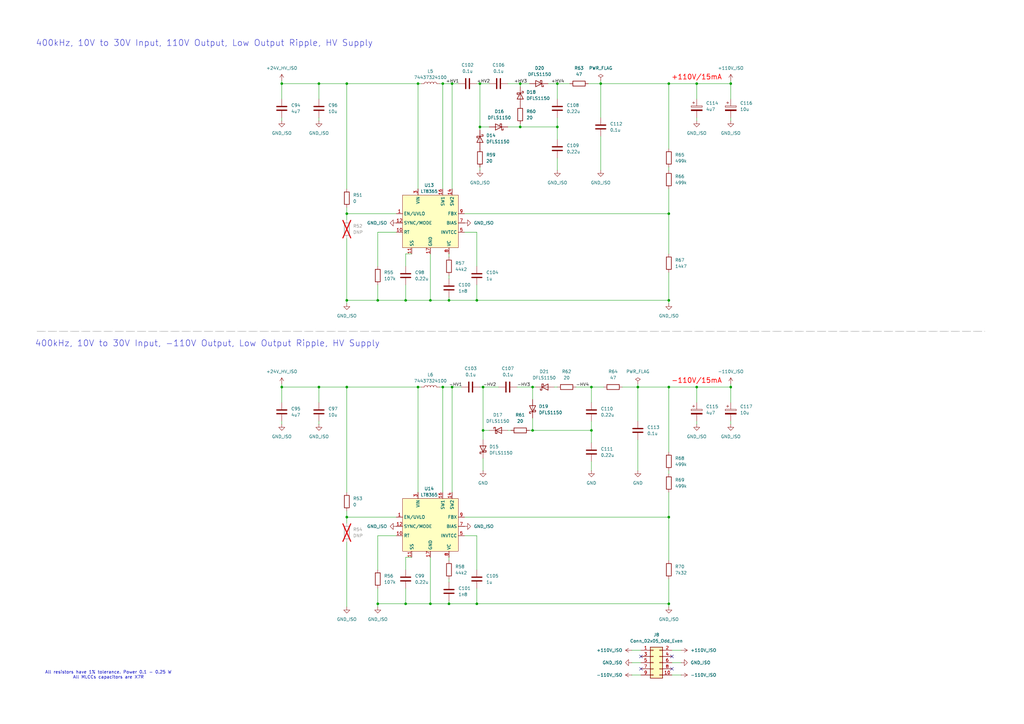
<source format=kicad_sch>
(kicad_sch (version 20250114) (generator "eeschema") (generator_version "9.0")
  (paper "A3")
  (lib_symbols
    (symbol "BOOST_LT8365:LT8365"
      (property "Reference" "U" (at 0 12.446 0))
      (property "Value" "LT8365" (at 1.27 0 0))
      (symbol "LT8365_0_0"
        (pin passive line (at -13.97 -3.81 0) (length 2.54) (name "RT") (number "10"))
        (pin input line (at -7.62 -12.7 90) (length 2.54) (name "SS") (number "11"))
        (pin passive line (at 5.08 13.97 270) (length 2.54) (name "SW1") (number "16"))
        (pin output line (at 7.62 -12.7 90) (length 2.54) (name "VC") (number "8"))
        (pin passive line (at 8.89 13.97 270) (length 2.54) (name "SW2") (number "14"))
        (pin input line (at 13.97 3.81 180) (length 2.54) (name "FBX") (number "9"))
        (pin passive line (at 13.97 0 180) (length 2.54) (name "BIAS") (number "7"))
        (pin passive line (at 13.97 -3.81 180) (length 2.54) (name "INVTCC") (number "5"))
      )
      (symbol "LT8365_1_0"
        (pin passive line (at -13.97 3.81 0) (length 2.54) (name "EN/UVLO") (number "1"))
        (pin passive line (at -13.97 0 0) (length 2.54) (name "SYNC/MODE") (number "12"))
        (pin passive line (at -5.08 13.97 270) (length 2.54) (name "VIN") (number "3"))
        (pin no_connect line (at 0 11.43 270) (length 2.54) (hide yes) (name "NC") (number "6"))
        (pin passive line (at 0 -12.7 90) (length 2.54) (name "GND") (number "17"))
      )
      (symbol "LT8365_1_1"
        (rectangle (start -11.43 11.43) (end 11.43 -10.16) (fill (type background)))
      )
    )
    (symbol "Connector_Generic:Conn_02x05_Odd_Even" (pin_names (offset 1.016) (hide yes))
      (property "Reference" "J" (at 1.27 7.62 0))
      (property "Value" "Conn_02x05_Odd_Even" (at 1.27 -7.62 0))
      (symbol "Conn_02x05_Odd_Even_1_1"
        (rectangle (start -1.27 6.35) (end 3.81 -6.35) (stroke (width 0.254)) (fill (type background)))
        (rectangle (start -1.27 5.207) (end 0 4.953) (stroke (width 0.1524)))
        (rectangle (start -1.27 2.667) (end 0 2.413) (stroke (width 0.1524)))
        (rectangle (start -1.27 0.127) (end 0 -0.127) (stroke (width 0.1524)))
        (rectangle (start -1.27 -2.413) (end 0 -2.667) (stroke (width 0.1524)))
        (rectangle (start -1.27 -4.953) (end 0 -5.207) (stroke (width 0.1524)))
        (rectangle (start 3.81 5.207) (end 2.54 4.953) (stroke (width 0.1524)))
        (rectangle (start 3.81 2.667) (end 2.54 2.413) (stroke (width 0.1524)))
        (rectangle (start 3.81 0.127) (end 2.54 -0.127) (stroke (width 0.1524)))
        (rectangle (start 3.81 -2.413) (end 2.54 -2.667) (stroke (width 0.1524)))
        (rectangle (start 3.81 -4.953) (end 2.54 -5.207) (stroke (width 0.1524)))
        (pin passive line (at -5.08 5.08 0) (length 3.81) (name "Pin_1") (number "1"))
        (pin passive line (at -5.08 2.54 0) (length 3.81) (name "Pin_3") (number "3"))
        (pin passive line (at -5.08 0 0) (length 3.81) (name "Pin_5") (number "5"))
        (pin passive line (at -5.08 -2.54 0) (length 3.81) (name "Pin_7") (number "7"))
        (pin passive line (at -5.08 -5.08 0) (length 3.81) (name "Pin_9") (number "9"))
        (pin passive line (at 7.62 5.08 180) (length 3.81) (name "Pin_2") (number "2"))
        (pin passive line (at 7.62 2.54 180) (length 3.81) (name "Pin_4") (number "4"))
        (pin passive line (at 7.62 0 180) (length 3.81) (name "Pin_6") (number "6"))
        (pin passive line (at 7.62 -2.54 180) (length 3.81) (name "Pin_8") (number "8"))
        (pin passive line (at 7.62 -5.08 180) (length 3.81) (name "Pin_10") (number "10"))
      )
    )
    (symbol "Device:C" (pin_numbers (hide yes)) (pin_names (offset 0.254))
      (property "Reference" "C" (at 0.635 2.54 0))
      (property "Value" "C" (at 0.635 -2.54 0))
      (symbol "C_0_1"
        (polyline (pts (xy -2.032 0.762) (xy 2.032 0.762)) (stroke (width 0.508)))
        (polyline (pts (xy -2.032 -0.762) (xy 2.032 -0.762)) (stroke (width 0.508)))
      )
      (symbol "C_1_1"
        (pin passive line (at 0 3.81 270) (length 2.794) (name "~") (number "1"))
        (pin passive line (at 0 -3.81 90) (length 2.794) (name "~") (number "2"))
      )
    )
    (symbol "Device:C_Polarized" (pin_numbers (hide yes)) (pin_names (offset 0.254))
      (property "Reference" "C" (at 0.635 2.54 0))
      (property "Value" "C_Polarized" (at 0.635 -2.54 0))
      (symbol "C_Polarized_0_1"
        (rectangle (start -2.286 0.508) (end 2.286 1.016))
        (polyline (pts (xy -1.778 2.286) (xy -0.762 2.286)))
        (polyline (pts (xy -1.27 2.794) (xy -1.27 1.778)))
        (rectangle (start 2.286 -0.508) (end -2.286 -1.016) (fill (type outline)))
      )
      (symbol "C_Polarized_1_1"
        (pin passive line (at 0 3.81 270) (length 2.794) (name "~") (number "1"))
        (pin passive line (at 0 -3.81 90) (length 2.794) (name "~") (number "2"))
      )
    )
    (symbol "Device:D_Schottky" (pin_numbers (hide yes)) (pin_names (offset 1.016) (hide yes))
      (property "Reference" "D" (at 0 2.54 0))
      (property "Value" "D_Schottky" (at 0 -2.54 0))
      (symbol "D_Schottky_0_1"
        (polyline (pts (xy -1.905 0.635) (xy -1.905 1.27) (xy -1.27 1.27) (xy -1.27 -1.27) (xy -0.635 -1.27) (xy -0.635 -0.635)) (stroke (width 0.254)))
        (polyline (pts (xy 1.27 1.27) (xy 1.27 -1.27) (xy -1.27 0) (xy 1.27 1.27)) (stroke (width 0.254)))
        (polyline (pts (xy 1.27 0) (xy -1.27 0)))
      )
      (symbol "D_Schottky_1_1"
        (pin passive line (at -3.81 0 0) (length 2.54) (name "K") (number "1"))
        (pin passive line (at 3.81 0 180) (length 2.54) (name "A") (number "2"))
      )
    )
    (symbol "Device:L" (pin_numbers (hide yes)) (pin_names (offset 1.016) (hide yes))
      (property "Reference" "L" (at -1.27 0 90))
      (property "Value" "L" (at 1.905 0 90))
      (symbol "L_0_1"
        (arc (start 0 2.54) (mid 0.6323 1.905) (end 0 1.27))
        (arc (start 0 1.27) (mid 0.6323 0.635) (end 0 0))
        (arc (start 0 0) (mid 0.6323 -0.635) (end 0 -1.27))
        (arc (start 0 -1.27) (mid 0.6323 -1.905) (end 0 -2.54))
      )
      (symbol "L_1_1"
        (pin passive line (at 0 3.81 270) (length 1.27) (name "1") (number "1"))
        (pin passive line (at 0 -3.81 90) (length 1.27) (name "2") (number "2"))
      )
    )
    (symbol "Device:R" (pin_numbers (hide yes)) (pin_names (offset 0))
      (property "Reference" "R" (at 2.032 0 90))
      (property "Value" "R" (at 0 0 90))
      (symbol "R_0_1"
        (rectangle (start -1.016 -2.54) (end 1.016 2.54) (stroke (width 0.254)))
      )
      (symbol "R_1_1"
        (pin passive line (at 0 3.81 270) (length 1.27) (name "~") (number "1"))
        (pin passive line (at 0 -3.81 90) (length 1.27) (name "~") (number "2"))
      )
    )
    (symbol "ETH1CVOLT_A:+110V_ISO" (power) (pin_numbers (hide yes)) (pin_names (offset 0) (hide yes))
      (property "Value" "+110V_ISO" (at 0 3.556 0))
      (symbol "+110V_ISO_0_1"
        (polyline (pts (xy -0.762 1.27) (xy 0 2.54)))
        (polyline (pts (xy 0 2.54) (xy 0.762 1.27)))
        (polyline (pts (xy 0 0) (xy 0 2.54)))
      )
      (symbol "+110V_ISO_1_1"
        (pin power_in line (at 0 0 90) (length 0) (name "~") (number "1"))
      )
    )
    (symbol "ETH1CVOLT_A:+24V_HV_ISO" (power) (pin_numbers (hide yes)) (pin_names (offset 0) (hide yes))
      (property "Value" "+24V_HV_ISO" (at 0 3.556 0))
      (symbol "+24V_HV_ISO_0_1"
        (polyline (pts (xy -0.762 1.27) (xy 0 2.54)))
        (polyline (pts (xy 0 2.54) (xy 0.762 1.27)))
        (polyline (pts (xy 0 0) (xy 0 2.54)))
      )
      (symbol "+24V_HV_ISO_1_1"
        (pin power_in line (at 0 0 90) (length 0) (name "~") (number "1"))
      )
    )
    (symbol "ETH1CVOLT_A:-110V_ISO" (power) (pin_numbers (hide yes)) (pin_names (offset 0) (hide yes))
      (property "Value" "-110V_ISO" (at 0 3.556 0))
      (symbol "-110V_ISO_0_1"
        (polyline (pts (xy -0.762 1.27) (xy 0 2.54)))
        (polyline (pts (xy 0 2.54) (xy 0.762 1.27)))
        (polyline (pts (xy 0 0) (xy 0 2.54)))
      )
      (symbol "-110V_ISO_1_1"
        (pin power_in line (at 0 0 90) (length 0) (name "~") (number "1"))
      )
    )
    (symbol "ETH1CVOLT_A:GND_ISO" (power) (pin_numbers (hide yes)) (pin_names (offset 0) (hide yes))
      (property "Value" "GND_ISO" (at 0 -3.81 0))
      (symbol "GND_ISO_0_1"
        (polyline (pts (xy 0 0) (xy 0 -1.27) (xy 1.27 -1.27) (xy 0 -2.54) (xy -1.27 -1.27) (xy 0 -1.27)))
      )
      (symbol "GND_ISO_1_1"
        (pin power_in line (at 0 0 270) (length 0) (name "~") (number "1"))
      )
    )
    (symbol "power:GND" (power) (pin_numbers (hide yes)) (pin_names (offset 0) (hide yes))
      (property "Value" "GND" (at 0 -3.81 0))
      (symbol "GND_0_1"
        (polyline (pts (xy 0 0) (xy 0 -1.27) (xy 1.27 -1.27) (xy 0 -2.54) (xy -1.27 -1.27) (xy 0 -1.27)))
      )
      (symbol "GND_1_1"
        (pin power_in line (at 0 0 270) (length 0) (name "~") (number "1"))
      )
    )
    (symbol "power:PWR_FLAG" (power) (pin_numbers (hide yes)) (pin_names (offset 0) (hide yes))
      (property "Value" "PWR_FLAG" (at 0 3.81 0))
      (symbol "PWR_FLAG_0_0"
        (pin power_out line (at 0 0 90) (length 0) (name "~") (number "1"))
      )
      (symbol "PWR_FLAG_0_1"
        (polyline (pts (xy 0 0) (xy 0 1.27) (xy -1.016 1.905) (xy 0 2.54) (xy 1.016 1.905) (xy 0 1.27)))
      )
    )
  )
  (text "+110V/15mA" (at 285.75 31.75 0) (effects (font (size 2.032 2.032) (thickness 0.254) (bold yes))))
  (text "400kHz, 10V to 30V Input, -110V Output, Low Output Ripple, HV Supply" (at 85.09 140.97 0) (effects (font (size 2.54 2.54))))
  (text "-110V/15mA" (at 285.75 156.21 0) (effects (font (size 2.032 2.032) (thickness 0.254) (bold yes))))
  (text "400kHz, 10V to 30V Input, 110V Output, Low Output Ripple, HV Supply" (at 83.82 17.78 0) (effects (font (size 2.54 2.54))))
  (text "All resistors have 1% tolerance. Power 0.1 - 0.25 W\nAll MLCCs capacitors are X7R" (at 44.45 276.86 0) (effects (font (size 1.27 1.27))))
  (junction (at 142.24 158.75))
  (junction (at 285.75 34.29))
  (junction (at 176.53 123.19))
  (junction (at 142.24 87.63))
  (junction (at 171.45 158.75))
  (junction (at 154.94 247.65))
  (junction (at 185.42 34.29))
  (junction (at 115.57 158.75))
  (junction (at 285.75 158.75))
  (junction (at 166.37 247.65))
  (junction (at 184.15 247.65))
  (junction (at 274.32 123.19))
  (junction (at 142.24 123.19))
  (junction (at 218.44 158.75))
  (junction (at 176.53 247.65))
  (junction (at 274.32 212.09))
  (junction (at 154.94 123.19))
  (junction (at 142.24 212.09))
  (junction (at 213.36 52.07))
  (junction (at 130.81 34.29))
  (junction (at 184.15 123.19))
  (junction (at 228.6 52.07))
  (junction (at 228.6 34.29))
  (junction (at 274.32 247.65))
  (junction (at 274.32 158.75))
  (junction (at 196.85 52.07))
  (junction (at 274.32 87.63))
  (junction (at 299.72 158.75))
  (junction (at 195.58 123.19))
  (junction (at 130.81 158.75))
  (junction (at 242.57 158.75))
  (junction (at 242.57 176.53))
  (junction (at 274.32 34.29))
  (junction (at 261.62 158.75))
  (junction (at 181.61 34.29))
  (junction (at 213.36 34.29))
  (junction (at 185.42 158.75))
  (junction (at 195.58 247.65))
  (junction (at 166.37 123.19))
  (junction (at 142.24 34.29))
  (junction (at 181.61 158.75))
  (junction (at 198.12 176.53))
  (junction (at 171.45 34.29))
  (junction (at 196.85 34.29))
  (junction (at 198.12 158.75))
  (junction (at 218.44 176.53))
  (junction (at 115.57 34.29))
  (junction (at 246.38 34.29))
  (junction (at 299.72 34.29))
  (no_connect (at 275.59 274.32))
  (no_connect (at 275.59 269.24))
  (no_connect (at 262.89 274.32))
  (no_connect (at 262.89 269.24))
  (wire (pts (xy 213.36 50.8) (xy 213.36 52.07)))
  (wire (pts (xy 142.24 34.29) (xy 171.45 34.29)))
  (wire (pts (xy 242.57 189.23) (xy 242.57 193.04)))
  (wire (pts (xy 154.94 219.71) (xy 162.56 219.71)))
  (wire (pts (xy 180.34 34.29) (xy 181.61 34.29)))
  (wire (pts (xy 259.08 271.78) (xy 262.89 271.78)))
  (wire (pts (xy 274.32 34.29) (xy 285.75 34.29)))
  (wire (pts (xy 195.58 247.65) (xy 195.58 241.3)))
  (wire (pts (xy 195.58 247.65) (xy 274.32 247.65)))
  (wire (pts (xy 274.32 158.75) (xy 274.32 185.42)))
  (wire (pts (xy 115.57 33.02) (xy 115.57 34.29)))
  (wire (pts (xy 130.81 158.75) (xy 130.81 165.1)))
  (wire (pts (xy 154.94 95.25) (xy 162.56 95.25)))
  (wire (pts (xy 166.37 228.6) (xy 168.91 228.6)))
  (wire (pts (xy 259.08 266.7) (xy 262.89 266.7)))
  (wire (pts (xy 195.58 109.22) (xy 195.58 95.25)))
  (wire (pts (xy 261.62 172.72) (xy 261.62 158.75)))
  (wire (pts (xy 279.4 276.86) (xy 275.59 276.86)))
  (wire (pts (xy 196.85 34.29) (xy 200.66 34.29)))
  (wire (pts (xy 196.85 52.07) (xy 196.85 34.29)))
  (wire (pts (xy 142.24 158.75) (xy 130.81 158.75)))
  (wire (pts (xy 171.45 158.75) (xy 171.45 201.93)))
  (wire (pts (xy 195.58 219.71) (xy 190.5 219.71)))
  (wire (pts (xy 274.32 123.19) (xy 274.32 124.46)))
  (wire (pts (xy 246.38 33.02) (xy 246.38 34.29)))
  (wire (pts (xy 246.38 55.88) (xy 246.38 69.85)))
  (wire (pts (xy 285.75 158.75) (xy 299.72 158.75)))
  (wire (pts (xy 261.62 157.48) (xy 261.62 158.75)))
  (wire (pts (xy 142.24 212.09) (xy 142.24 214.63)))
  (wire (pts (xy 227.33 158.75) (xy 228.6 158.75)))
  (wire (pts (xy 241.3 34.29) (xy 246.38 34.29)))
  (wire (pts (xy 154.94 109.22) (xy 154.94 95.25)))
  (wire (pts (xy 255.27 158.75) (xy 261.62 158.75)))
  (wire (pts (xy 166.37 104.14) (xy 168.91 104.14)))
  (wire (pts (xy 195.58 233.68) (xy 195.58 219.71)))
  (wire (pts (xy 176.53 247.65) (xy 166.37 247.65)))
  (wire (pts (xy 242.57 158.75) (xy 247.65 158.75)))
  (wire (pts (xy 115.57 158.75) (xy 115.57 165.1)))
  (wire (pts (xy 246.38 34.29) (xy 274.32 34.29)))
  (wire (pts (xy 200.66 52.07) (xy 196.85 52.07)))
  (wire (pts (xy 115.57 172.72) (xy 115.57 173.99)))
  (wire (pts (xy 176.53 247.65) (xy 184.15 247.65)))
  (wire (pts (xy 115.57 34.29) (xy 115.57 40.64)))
  (wire (pts (xy 181.61 158.75) (xy 181.61 201.93)))
  (wire (pts (xy 208.28 34.29) (xy 213.36 34.29)))
  (wire (pts (xy 218.44 163.83) (xy 218.44 158.75)))
  (wire (pts (xy 180.34 158.75) (xy 181.61 158.75)))
  (wire (pts (xy 275.59 271.78) (xy 279.4 271.78)))
  (wire (pts (xy 142.24 123.19) (xy 142.24 124.46)))
  (wire (pts (xy 142.24 77.47) (xy 142.24 34.29)))
  (wire (pts (xy 228.6 40.64) (xy 228.6 34.29)))
  (wire (pts (xy 274.32 69.85) (xy 274.32 68.58)))
  (wire (pts (xy 198.12 176.53) (xy 198.12 180.34)))
  (wire (pts (xy 184.15 237.49) (xy 184.15 238.76)))
  (wire (pts (xy 195.58 95.25) (xy 190.5 95.25)))
  (wire (pts (xy 184.15 105.41) (xy 184.15 104.14)))
  (wire (pts (xy 142.24 222.25) (xy 142.24 248.92)))
  (wire (pts (xy 171.45 34.29) (xy 171.45 77.47)))
  (wire (pts (xy 115.57 48.26) (xy 115.57 49.53)))
  (wire (pts (xy 261.62 158.75) (xy 274.32 158.75)))
  (wire (pts (xy 274.32 201.93) (xy 274.32 212.09)))
  (wire (pts (xy 184.15 247.65) (xy 195.58 247.65)))
  (wire (pts (xy 228.6 64.77) (xy 228.6 69.85)))
  (wire (pts (xy 185.42 201.93) (xy 185.42 158.75)))
  (wire (pts (xy 242.57 172.72) (xy 242.57 176.53)))
  (wire (pts (xy 213.36 34.29) (xy 213.36 35.56)))
  (wire (pts (xy 142.24 209.55) (xy 142.24 212.09)))
  (wire (pts (xy 212.09 158.75) (xy 218.44 158.75)))
  (wire (pts (xy 130.81 172.72) (xy 130.81 173.99)))
  (wire (pts (xy 142.24 212.09) (xy 162.56 212.09)))
  (wire (pts (xy 130.81 48.26) (xy 130.81 49.53)))
  (wire (pts (xy 236.22 158.75) (xy 242.57 158.75)))
  (wire (pts (xy 285.75 48.26) (xy 285.75 49.53)))
  (wire (pts (xy 285.75 34.29) (xy 299.72 34.29)))
  (wire (pts (xy 274.32 87.63) (xy 274.32 104.14)))
  (wire (pts (xy 181.61 34.29) (xy 181.61 77.47)))
  (wire (pts (xy 213.36 52.07) (xy 228.6 52.07)))
  (wire (pts (xy 154.94 247.65) (xy 154.94 248.92)))
  (wire (pts (xy 218.44 176.53) (xy 218.44 171.45)))
  (wire (pts (xy 181.61 34.29) (xy 185.42 34.29)))
  (wire (pts (xy 198.12 176.53) (xy 198.12 158.75)))
  (wire (pts (xy 299.72 165.1) (xy 299.72 158.75)))
  (wire (pts (xy 142.24 87.63) (xy 142.24 90.17)))
  (wire (pts (xy 242.57 176.53) (xy 242.57 181.61)))
  (wire (pts (xy 184.15 121.92) (xy 184.15 123.19)))
  (wire (pts (xy 154.94 233.68) (xy 154.94 219.71)))
  (wire (pts (xy 213.36 52.07) (xy 208.28 52.07)))
  (wire (pts (xy 185.42 34.29) (xy 187.96 34.29)))
  (wire (pts (xy 195.58 123.19) (xy 274.32 123.19)))
  (wire (pts (xy 166.37 247.65) (xy 166.37 241.3)))
  (wire (pts (xy 285.75 34.29) (xy 285.75 40.64)))
  (wire (pts (xy 166.37 233.68) (xy 166.37 228.6)))
  (wire (pts (xy 198.12 187.96) (xy 198.12 193.04)))
  (wire (pts (xy 142.24 158.75) (xy 171.45 158.75)))
  (wire (pts (xy 154.94 241.3) (xy 154.94 247.65)))
  (wire (pts (xy 274.32 77.47) (xy 274.32 87.63)))
  (wire (pts (xy 154.94 116.84) (xy 154.94 123.19)))
  (wire (pts (xy 130.81 34.29) (xy 115.57 34.29)))
  (wire (pts (xy 285.75 158.75) (xy 285.75 165.1)))
  (wire (pts (xy 184.15 113.03) (xy 184.15 114.3)))
  (wire (pts (xy 181.61 158.75) (xy 185.42 158.75)))
  (wire (pts (xy 213.36 34.29) (xy 217.17 34.29)))
  (wire (pts (xy 142.24 34.29) (xy 130.81 34.29)))
  (wire (pts (xy 142.24 85.09) (xy 142.24 87.63)))
  (wire (pts (xy 274.32 212.09) (xy 274.32 229.87)))
  (wire (pts (xy 299.72 40.64) (xy 299.72 34.29)))
  (wire (pts (xy 274.32 60.96) (xy 274.32 34.29)))
  (wire (pts (xy 228.6 34.29) (xy 233.68 34.29)))
  (wire (pts (xy 218.44 158.75) (xy 219.71 158.75)))
  (wire (pts (xy 299.72 157.48) (xy 299.72 158.75)))
  (wire (pts (xy 228.6 34.29) (xy 224.79 34.29)))
  (wire (pts (xy 142.24 97.79) (xy 142.24 123.19)))
  (wire (pts (xy 198.12 158.75) (xy 196.85 158.75)))
  (wire (pts (xy 208.28 176.53) (xy 209.55 176.53)))
  (wire (pts (xy 274.32 111.76) (xy 274.32 123.19)))
  (wire (pts (xy 185.42 158.75) (xy 189.23 158.75)))
  (wire (pts (xy 195.58 123.19) (xy 195.58 116.84)))
  (wire (pts (xy 142.24 123.19) (xy 154.94 123.19)))
  (wire (pts (xy 166.37 109.22) (xy 166.37 104.14)))
  (wire (pts (xy 130.81 34.29) (xy 130.81 40.64)))
  (wire (pts (xy 115.57 157.48) (xy 115.57 158.75)))
  (wire (pts (xy 228.6 52.07) (xy 228.6 48.26)))
  (wire (pts (xy 176.53 228.6) (xy 176.53 247.65)))
  (wire (pts (xy 190.5 212.09) (xy 274.32 212.09)))
  (wire (pts (xy 190.5 87.63) (xy 274.32 87.63)))
  (polyline (pts (xy 15.24 135.89) (xy 403.86 135.89)) (stroke (width 0.3048) (type dash) (color 194 194 194 1)))
  (wire (pts (xy 299.72 49.53) (xy 299.72 48.26)))
  (wire (pts (xy 274.32 247.65) (xy 274.32 248.92)))
  (wire (pts (xy 154.94 247.65) (xy 166.37 247.65)))
  (wire (pts (xy 172.72 34.29) (xy 171.45 34.29)))
  (wire (pts (xy 176.53 123.19) (xy 184.15 123.19)))
  (wire (pts (xy 198.12 158.75) (xy 204.47 158.75)))
  (wire (pts (xy 246.38 48.26) (xy 246.38 34.29)))
  (wire (pts (xy 196.85 52.07) (xy 196.85 53.34)))
  (wire (pts (xy 279.4 266.7) (xy 275.59 266.7)))
  (wire (pts (xy 299.72 33.02) (xy 299.72 34.29)))
  (wire (pts (xy 198.12 176.53) (xy 200.66 176.53)))
  (wire (pts (xy 285.75 158.75) (xy 274.32 158.75)))
  (wire (pts (xy 130.81 158.75) (xy 115.57 158.75)))
  (wire (pts (xy 242.57 158.75) (xy 242.57 165.1)))
  (wire (pts (xy 299.72 173.99) (xy 299.72 172.72)))
  (wire (pts (xy 142.24 87.63) (xy 162.56 87.63)))
  (wire (pts (xy 172.72 158.75) (xy 171.45 158.75)))
  (wire (pts (xy 184.15 229.87) (xy 184.15 228.6)))
  (wire (pts (xy 176.53 104.14) (xy 176.53 123.19)))
  (wire (pts (xy 285.75 172.72) (xy 285.75 173.99)))
  (wire (pts (xy 154.94 123.19) (xy 166.37 123.19)))
  (wire (pts (xy 274.32 237.49) (xy 274.32 247.65)))
  (wire (pts (xy 142.24 201.93) (xy 142.24 158.75)))
  (wire (pts (xy 176.53 123.19) (xy 166.37 123.19)))
  (wire (pts (xy 218.44 176.53) (xy 242.57 176.53)))
  (wire (pts (xy 261.62 180.34) (xy 261.62 193.04)))
  (wire (pts (xy 196.85 68.58) (xy 196.85 69.85)))
  (wire (pts (xy 196.85 34.29) (xy 195.58 34.29)))
  (wire (pts (xy 274.32 193.04) (xy 274.32 194.31)))
  (wire (pts (xy 184.15 123.19) (xy 195.58 123.19)))
  (wire (pts (xy 228.6 52.07) (xy 228.6 57.15)))
  (wire (pts (xy 217.17 176.53) (xy 218.44 176.53)))
  (wire (pts (xy 185.42 77.47) (xy 185.42 34.29)))
  (wire (pts (xy 166.37 123.19) (xy 166.37 116.84)))
  (wire (pts (xy 184.15 246.38) (xy 184.15 247.65)))
  (wire (pts (xy 259.08 276.86) (xy 262.89 276.86)))
  (label "+HV4" (at 226.06 34.29 0))
  (label "-HV4" (at 236.22 158.75 0))
  (label "-HV1" (at 184.15 158.75 0))
  (label "-HV3" (at 212.09 158.75 0))
  (label "+HV3" (at 210.82 34.29 0))
  (label "+HV2" (at 195.58 34.29 0))
  (label "+HV1" (at 182.88 34.29 0))
  (label "-HV2" (at 198.12 158.75 0))
  (symbol (lib_id "Device:C") (at 130.81 168.91 0) (unit 1)
    (property "Reference" "C97" (at 134.62 167.6399 0) (effects (justify left)))
    (property "Value" "10u" (at 134.62 170.1799 0) (effects (justify left)))
    (property "Description" "Unpolarized capacitor" (effects (hide yes)))
  )
  (symbol (lib_id "Device:C") (at 242.57 185.42 0) (unit 1)
    (property "Reference" "C111" (at 246.38 184.1499 0) (effects (justify left)))
    (property "Value" "0.22u" (at 246.38 186.6899 0) (effects (justify left)))
    (property "Description" "Unpolarized capacitor" (effects (hide yes)))
  )
  (symbol (lib_id "Device:C") (at 115.57 168.91 0) (unit 1)
    (property "Reference" "C95" (at 119.38 167.6399 0) (effects (justify left)))
    (property "Value" "4u7" (at 119.38 170.1799 0) (effects (justify left)))
    (property "Description" "Unpolarized capacitor" (effects (hide yes)))
  )
  (symbol (lib_id "ETH1CVOLT_A:GND_ISO") (at 154.94 248.92 0) (unit 1)
    (property "Reference" "#PWR0108" (effects (hide yes)))
    (property "Value" "GND_ISO" (at 154.94 254 0))
    (property "Description" "Power symbol creates a global label with name \"GND\" , ground" (effects (hide yes)))
  )
  (symbol (lib_id "Device:R") (at 213.36 46.99 0) (unit 1)
    (property "Reference" "R60" (at 215.9 45.7199 0) (effects (justify left)))
    (property "Value" "20" (at 215.9 48.2599 0) (effects (justify left)))
    (property "Footprint" "Resistor_SMD:R_0603_1608Metric_Pad0.98x0.95mm_HandSolder" (effects (hide yes)))
    (property "Description" "Resistor" (effects (hide yes)))
  )
  (symbol (lib_id "ETH1CVOLT_A:GND_ISO") (at 190.5 91.44 90) (unit 1)
    (property "Reference" "#PWR0111" (effects (hide yes)))
    (property "Value" "GND_ISO" (at 194.31 91.4399 90) (effects (justify right)))
    (property "Description" "Power symbol creates a global label with name \"GND\" , ground" (effects (hide yes)))
  )
  (symbol (lib_id "Device:R") (at 142.24 93.98 0) (unit 1) (in_bom no) (dnp yes)
    (property "Reference" "R52" (at 144.78 92.7099 0) (effects (justify left)))
    (property "Value" "DNP" (at 144.78 95.2499 0) (effects (justify left)))
    (property "Footprint" "Resistor_SMD:R_0603_1608Metric_Pad0.98x0.95mm_HandSolder" (effects (hide yes)))
    (property "Description" "Resistor" (effects (hide yes)))
  )
  (symbol (lib_id "Device:C") (at 195.58 113.03 0) (unit 1)
    (property "Reference" "C104" (at 199.39 111.7599 0) (effects (justify left)))
    (property "Value" "1u" (at 199.39 114.2999 0) (effects (justify left)))
    (property "Footprint" "Capacitor_SMD:C_0603_1608Metric_Pad1.08x0.95mm_HandSolder" (effects (hide yes)))
    (property "Description" "Unpolarized capacitor" (effects (hide yes)))
  )
  (symbol (lib_id "ETH1CVOLT_A:GND_ISO") (at 196.85 69.85 0) (unit 1)
    (property "Reference" "#PWR0113" (effects (hide yes)))
    (property "Value" "GND_ISO" (at 196.85 74.93 0))
    (property "Description" "Power symbol creates a global label with name \"GND\" , ground" (effects (hide yes)))
  )
  (symbol (lib_id "Device:R") (at 154.94 113.03 0) (unit 1)
    (property "Reference" "R55" (at 157.48 111.7599 0) (effects (justify left)))
    (property "Value" "107k" (at 157.48 114.2999 0) (effects (justify left)))
    (property "Footprint" "Resistor_SMD:R_0603_1608Metric_Pad0.98x0.95mm_HandSolder" (effects (hide yes)))
    (property "Description" "Resistor" (effects (hide yes)))
  )
  (symbol (lib_id "Device:D_Schottky") (at 204.47 176.53 0) (unit 1)
    (property "Reference" "D17" (at 204.1525 170.18 0))
    (property "Value" "DFLS1150" (at 204.1525 172.72 0))
    (property "Footprint" "Diode_SMD:D_PowerDI-123" (effects (hide yes)))
    (property "Description" "Schottky diode" (effects (hide yes)))
  )
  (symbol (lib_id "Device:C") (at 228.6 60.96 0) (unit 1)
    (property "Reference" "C109" (at 232.41 59.6899 0) (effects (justify left)))
    (property "Value" "0.22u" (at 232.41 62.2299 0) (effects (justify left)))
    (property "Description" "Unpolarized capacitor" (effects (hide yes)))
  )
  (symbol (lib_id "ETH1CVOLT_A:GND_ISO") (at 246.38 69.85 0) (unit 1)
    (property "Reference" "#PWR0117" (effects (hide yes)))
    (property "Value" "GND_ISO" (at 246.38 74.93 0))
    (property "Description" "Power symbol creates a global label with name \"GND\" , ground" (effects (hide yes)))
  )
  (symbol (lib_id "Device:C") (at 191.77 34.29 90) (unit 1)
    (property "Reference" "C102" (at 191.77 26.67 90))
    (property "Value" "0.1u" (at 191.77 29.21 90))
    (property "Footprint" "Capacitor_SMD:C_0603_1608Metric_Pad1.08x0.95mm_HandSolder" (effects (hide yes)))
    (property "Description" "Unpolarized capacitor" (effects (hide yes)))
  )
  (symbol (lib_id "Device:R") (at 196.85 64.77 0) (unit 1)
    (property "Reference" "R59" (at 199.39 63.4999 0) (effects (justify left)))
    (property "Value" "20" (at 199.39 66.0399 0) (effects (justify left)))
    (property "Footprint" "Resistor_SMD:R_0603_1608Metric_Pad0.98x0.95mm_HandSolder" (effects (hide yes)))
    (property "Description" "Resistor" (effects (hide yes)))
  )
  (symbol (lib_id "BOOST_LT8365:LT8365") (at 176.53 91.44 0) (unit 1)
    (property "Reference" "U13" (at 176.022 75.946 0))
    (property "Value" "LT8365" (at 176.022 78.486 0))
    (property "Footprint" "ETH1CVOLT_A:05-08-1871_ADI" (effects (hide yes)))
    (property "Datasheet" "https://www.analog.com/media/en/technical-documentation/data-sheets/lt8365.pdf" (effects (hide yes)))
    (property "Description" "Low IQ Boost/SEPIC/Inverting Converter with 1.5A, 150V Switch" (effects (hide yes)))
  )
  (symbol (lib_id "Device:C") (at 208.28 158.75 90) (unit 1)
    (property "Reference" "C107" (at 208.28 151.13 90))
    (property "Value" "0.1u" (at 208.28 153.67 90))
    (property "Footprint" "Capacitor_SMD:C_0603_1608Metric_Pad1.08x0.95mm_HandSolder" (effects (hide yes)))
    (property "Description" "Unpolarized capacitor" (effects (hide yes)))
  )
  (symbol (lib_id "ETH1CVOLT_A:GND_ISO") (at 142.24 248.92 0) (unit 1)
    (property "Reference" "#PWR0107" (effects (hide yes)))
    (property "Value" "GND_ISO" (at 142.24 254 0))
    (property "Description" "Power symbol creates a global label with name \"GND\" , ground" (effects (hide yes)))
  )
  (symbol (lib_id "Device:L") (at 176.53 158.75 90) (unit 1)
    (property "Reference" "L6" (at 176.53 153.67 90))
    (property "Value" "74437324100" (at 176.53 156.21 90))
    (property "Footprint" "ETH1CVOLT_A:74437324100" (effects (hide yes)))
    (property "Description" "Inductor" (effects (hide yes)))
  )
  (symbol (lib_id "Device:R") (at 274.32 73.66 0) (unit 1)
    (property "Reference" "R66" (at 276.86 72.3899 0) (effects (justify left)))
    (property "Value" "499k" (at 276.86 74.9299 0) (effects (justify left)))
    (property "Footprint" "Resistor_SMD:R_0603_1608Metric_Pad0.98x0.95mm_HandSolder" (effects (hide yes)))
    (property "Description" "Resistor" (effects (hide yes)))
  )
  (symbol (lib_id "Device:R") (at 184.15 233.68 0) (unit 1)
    (property "Reference" "R58" (at 186.69 232.4099 0) (effects (justify left)))
    (property "Value" "44k2" (at 186.69 234.9499 0) (effects (justify left)))
    (property "Footprint" "Resistor_SMD:R_0603_1608Metric_Pad0.98x0.95mm_HandSolder" (effects (hide yes)))
    (property "Description" "Resistor" (effects (hide yes)))
  )
  (symbol (lib_id "ETH1CVOLT_A:GND_ISO") (at 285.75 173.99 0) (unit 1)
    (property "Reference" "#PWR0122" (effects (hide yes)))
    (property "Value" "GND_ISO" (at 285.75 179.07 0))
    (property "Description" "Power symbol creates a global label with name \"GND\" , ground" (effects (hide yes)))
  )
  (symbol (lib_id "Device:C_Polarized") (at 285.75 44.45 0) (unit 1)
    (property "Reference" "C114" (at 289.56 42.2909 0) (effects (justify left)))
    (property "Value" "4u7" (at 289.56 44.8309 0) (effects (justify left)))
    (property "Description" "Polarized capacitor" (effects (hide yes)))
  )
  (symbol (lib_id "ETH1CVOLT_A:GND_ISO") (at 190.5 215.9 90) (unit 1)
    (property "Reference" "#PWR0112" (effects (hide yes)))
    (property "Value" "GND_ISO" (at 194.31 215.8999 90) (effects (justify right)))
    (property "Description" "Power symbol creates a global label with name \"GND\" , ground" (effects (hide yes)))
  )
  (symbol (lib_id "Device:C") (at 184.15 242.57 0) (unit 1)
    (property "Reference" "C101" (at 187.96 241.2999 0) (effects (justify left)))
    (property "Value" "1n8" (at 187.96 243.8399 0) (effects (justify left)))
    (property "Footprint" "Capacitor_SMD:C_0603_1608Metric_Pad1.08x0.95mm_HandSolder" (effects (hide yes)))
    (property "Description" "Unpolarized capacitor" (effects (hide yes)))
  )
  (symbol (lib_id "power:GND") (at 242.57 193.04 0) (unit 1)
    (property "Reference" "#PWR0116" (effects (hide yes)))
    (property "Value" "GND" (at 242.57 198.12 0))
    (property "Description" "Power symbol creates a global label with name \"GND\" , ground" (effects (hide yes)))
  )
  (symbol (lib_id "Device:C") (at 115.57 44.45 0) (unit 1)
    (property "Reference" "C94" (at 119.38 43.1799 0) (effects (justify left)))
    (property "Value" "4u7" (at 119.38 45.7199 0) (effects (justify left)))
    (property "Description" "Unpolarized capacitor" (effects (hide yes)))
  )
  (symbol (lib_id "Device:C") (at 184.15 118.11 0) (unit 1)
    (property "Reference" "C100" (at 187.96 116.8399 0) (effects (justify left)))
    (property "Value" "1n8" (at 187.96 119.3799 0) (effects (justify left)))
    (property "Footprint" "Capacitor_SMD:C_0603_1608Metric_Pad1.08x0.95mm_HandSolder" (effects (hide yes)))
    (property "Description" "Unpolarized capacitor" (effects (hide yes)))
  )
  (symbol (lib_id "ETH1CVOLT_A:GND_ISO") (at 299.72 49.53 0) (unit 1)
    (property "Reference" "#PWR0124" (effects (hide yes)))
    (property "Value" "GND_ISO" (at 299.72 54.61 0))
    (property "Description" "Power symbol creates a global label with name \"GND\" , ground" (effects (hide yes)))
  )
  (symbol (lib_id "Device:R") (at 274.32 107.95 0) (unit 1)
    (property "Reference" "R67" (at 276.86 106.6799 0) (effects (justify left)))
    (property "Value" "14k7" (at 276.86 109.2199 0) (effects (justify left)))
    (property "Footprint" "Resistor_SMD:R_0603_1608Metric_Pad0.98x0.95mm_HandSolder" (effects (hide yes)))
    (property "Description" "Resistor" (effects (hide yes)))
  )
  (symbol (lib_id "Device:D_Schottky") (at 198.12 184.15 90) (unit 1)
    (property "Reference" "D15" (at 200.66 183.1974 90) (effects (justify right)))
    (property "Value" "DFLS1150" (at 200.66 185.7374 90) (effects (justify right)))
    (property "Footprint" "Diode_SMD:D_PowerDI-123" (effects (hide yes)))
    (property "Description" "Schottky diode" (effects (hide yes)))
  )
  (symbol (lib_id "ETH1CVOLT_A:GND_ISO") (at 115.57 173.99 0) (unit 1)
    (property "Reference" "#PWR0103" (effects (hide yes)))
    (property "Value" "GND_ISO" (at 115.57 179.07 0))
    (property "Description" "Power symbol creates a global label with name \"GND\" , ground" (effects (hide yes)))
  )
  (symbol (lib_id "ETH1CVOLT_A:GND_ISO") (at 274.32 124.46 0) (unit 1)
    (property "Reference" "#PWR0119" (effects (hide yes)))
    (property "Value" "GND_ISO" (at 274.32 129.54 0))
    (property "Description" "Power symbol creates a global label with name \"GND\" , ground" (effects (hide yes)))
  )
  (symbol (lib_id "Device:R") (at 232.41 158.75 90) (unit 1)
    (property "Reference" "R62" (at 232.41 152.4 90))
    (property "Value" "20" (at 232.41 154.94 90))
    (property "Footprint" "Resistor_SMD:R_0603_1608Metric_Pad0.98x0.95mm_HandSolder" (effects (hide yes)))
    (property "Description" "Resistor" (effects (hide yes)))
  )
  (symbol (lib_id "ETH1CVOLT_A:GND_ISO") (at 142.24 124.46 0) (unit 1)
    (property "Reference" "#PWR0106" (effects (hide yes)))
    (property "Value" "GND_ISO" (at 142.24 129.54 0))
    (property "Description" "Power symbol creates a global label with name \"GND\" , ground" (effects (hide yes)))
  )
  (symbol (lib_id "Device:C") (at 166.37 237.49 0) (unit 1)
    (property "Reference" "C99" (at 170.18 236.2199 0) (effects (justify left)))
    (property "Value" "0.22u" (at 170.18 238.7599 0) (effects (justify left)))
    (property "Footprint" "Capacitor_SMD:C_0603_1608Metric_Pad1.08x0.95mm_HandSolder" (effects (hide yes)))
    (property "Description" "Unpolarized capacitor" (effects (hide yes)))
  )
  (symbol (lib_id "ETH1CVOLT_A:-110V_ISO") (at 299.72 157.48 0) (unit 1)
    (property "Reference" "#PWR0125" (effects (hide yes)))
    (property "Value" "-110V_ISO" (at 299.72 152.4 0))
    (property "Description" "Power symbol" (effects (hide yes)))
  )
  (symbol (lib_id "Device:C_Polarized") (at 285.75 168.91 0) (unit 1)
    (property "Reference" "C115" (at 289.56 166.7509 0) (effects (justify left)))
    (property "Value" "4u7" (at 289.56 169.2909 0) (effects (justify left)))
    (property "Description" "Polarized capacitor" (effects (hide yes)))
  )
  (symbol (lib_id "ETH1CVOLT_A:+110V_ISO") (at 259.08 266.7 90) (unit 1)
    (property "Reference" "#PWR0148" (effects (hide yes)))
    (property "Value" "+110V_ISO" (at 255.27 266.6999 90) (effects (justify left)))
    (property "Description" "Power symbol" (effects (hide yes)))
  )
  (symbol (lib_id "Device:C") (at 228.6 44.45 0) (unit 1)
    (property "Reference" "C108" (at 232.41 43.1799 0) (effects (justify left)))
    (property "Value" "0.22u" (at 232.41 45.7199 0) (effects (justify left)))
    (property "Description" "Unpolarized capacitor" (effects (hide yes)))
  )
  (symbol (lib_id "power:GND") (at 198.12 193.04 0) (unit 1)
    (property "Reference" "#PWR0114" (effects (hide yes)))
    (property "Value" "GND" (at 198.12 198.12 0))
    (property "Description" "Power symbol creates a global label with name \"GND\" , ground" (effects (hide yes)))
  )
  (symbol (lib_id "power:GND") (at 261.62 193.04 0) (unit 1)
    (property "Reference" "#PWR0118" (effects (hide yes)))
    (property "Value" "GND" (at 261.62 198.12 0))
    (property "Description" "Power symbol creates a global label with name \"GND\" , ground" (effects (hide yes)))
  )
  (symbol (lib_id "Device:D_Schottky") (at 196.85 57.15 270) (unit 1)
    (property "Reference" "D14" (at 199.39 55.5624 90) (effects (justify left)))
    (property "Value" "DFLS1150" (at 199.39 58.1024 90) (effects (justify left)))
    (property "Footprint" "Diode_SMD:D_PowerDI-123" (effects (hide yes)))
    (property "Description" "Schottky diode" (effects (hide yes)))
  )
  (symbol (lib_id "ETH1CVOLT_A:GND_ISO") (at 279.4 271.78 90) (unit 1)
    (property "Reference" "#PWR0150" (effects (hide yes)))
    (property "Value" "GND_ISO" (at 283.21 271.7799 90) (effects (justify right)))
    (property "Description" "Power symbol creates a global label with name \"GND\" , ground" (effects (hide yes)))
  )
  (symbol (lib_id "ETH1CVOLT_A:GND_ISO") (at 228.6 69.85 0) (unit 1)
    (property "Reference" "#PWR0115" (effects (hide yes)))
    (property "Value" "GND_ISO" (at 228.6 74.93 0))
    (property "Description" "Power symbol creates a global label with name \"GND\" , ground" (effects (hide yes)))
  )
  (symbol (lib_id "Device:C") (at 166.37 113.03 0) (unit 1)
    (property "Reference" "C98" (at 170.18 111.7599 0) (effects (justify left)))
    (property "Value" "0.22u" (at 170.18 114.2999 0) (effects (justify left)))
    (property "Footprint" "Capacitor_SMD:C_0603_1608Metric_Pad1.08x0.95mm_HandSolder" (effects (hide yes)))
    (property "Description" "Unpolarized capacitor" (effects (hide yes)))
  )
  (symbol (lib_id "Device:R") (at 213.36 176.53 90) (unit 1)
    (property "Reference" "R61" (at 213.36 170.18 90))
    (property "Value" "20" (at 213.36 172.72 90))
    (property "Footprint" "Resistor_SMD:R_0603_1608Metric_Pad0.98x0.95mm_HandSolder" (effects (hide yes)))
    (property "Description" "Resistor" (effects (hide yes)))
  )
  (symbol (lib_id "Device:R") (at 142.24 81.28 0) (unit 1)
    (property "Reference" "R51" (at 144.78 80.0099 0) (effects (justify left)))
    (property "Value" "0" (at 144.78 82.5499 0) (effects (justify left)))
    (property "Footprint" "Resistor_SMD:R_0603_1608Metric_Pad0.98x0.95mm_HandSolder" (effects (hide yes)))
    (property "Description" "Resistor" (effects (hide yes)))
  )
  (symbol (lib_id "ETH1CVOLT_A:GND_ISO") (at 259.08 271.78 270) (unit 1)
    (property "Reference" "#PWR0149" (effects (hide yes)))
    (property "Value" "GND_ISO" (at 255.27 271.7799 90) (effects (justify right)))
    (property "Description" "Power symbol creates a global label with name \"GND\" , ground" (effects (hide yes)))
  )
  (symbol (lib_id "Device:R") (at 274.32 233.68 0) (unit 1)
    (property "Reference" "R70" (at 276.86 232.4099 0) (effects (justify left)))
    (property "Value" "7k32" (at 276.86 234.9499 0) (effects (justify left)))
    (property "Footprint" "Resistor_SMD:R_0603_1608Metric_Pad0.98x0.95mm_HandSolder" (effects (hide yes)))
    (property "Description" "Resistor" (effects (hide yes)))
  )
  (symbol (lib_id "Device:C") (at 261.62 176.53 180) (unit 1)
    (property "Reference" "C113" (at 265.43 175.2599 0) (effects (justify right)))
    (property "Value" "0.1u" (at 265.43 177.7999 0) (effects (justify right)))
    (property "Footprint" "Capacitor_SMD:C_0603_1608Metric_Pad1.08x0.95mm_HandSolder" (effects (hide yes)))
    (property "Description" "Unpolarized capacitor" (effects (hide yes)))
  )
  (symbol (lib_id "Device:D_Schottky") (at 204.47 52.07 180) (unit 1)
    (property "Reference" "D16" (at 204.7875 45.72 0))
    (property "Value" "DFLS1150" (at 204.7875 48.26 0))
    (property "Footprint" "Diode_SMD:D_PowerDI-123" (effects (hide yes)))
    (property "Description" "Schottky diode" (effects (hide yes)))
  )
  (symbol (lib_id "Device:R") (at 274.32 198.12 0) (unit 1)
    (property "Reference" "R69" (at 276.86 196.8499 0) (effects (justify left)))
    (property "Value" "499k" (at 276.86 199.3899 0) (effects (justify left)))
    (property "Footprint" "Resistor_SMD:R_0603_1608Metric_Pad0.98x0.95mm_HandSolder" (effects (hide yes)))
    (property "Description" "Resistor" (effects (hide yes)))
  )
  (symbol (lib_id "ETH1CVOLT_A:+24V_HV_ISO") (at 115.57 157.48 0) (unit 1)
    (property "Reference" "#PWR0102" (effects (hide yes)))
    (property "Value" "+24V_HV_ISO" (at 115.57 152.4 0))
    (property "Description" "Power symbol" (effects (hide yes)))
  )
  (symbol (lib_id "Device:C_Polarized") (at 299.72 44.45 0) (unit 1)
    (property "Reference" "C116" (at 303.53 42.2909 0) (effects (justify left)))
    (property "Value" "10u" (at 303.53 44.8309 0) (effects (justify left)))
    (property "Description" "Polarized capacitor" (effects (hide yes)))
  )
  (symbol (lib_id "Device:C") (at 130.81 44.45 0) (unit 1)
    (property "Reference" "C96" (at 134.62 43.1799 0) (effects (justify left)))
    (property "Value" "10u" (at 134.62 45.7199 0) (effects (justify left)))
    (property "Description" "Unpolarized capacitor" (effects (hide yes)))
  )
  (symbol (lib_id "Device:C") (at 204.47 34.29 90) (unit 1)
    (property "Reference" "C106" (at 204.47 26.67 90))
    (property "Value" "0.1u" (at 204.47 29.21 90))
    (property "Footprint" "Capacitor_SMD:C_0603_1608Metric_Pad1.08x0.95mm_HandSolder" (effects (hide yes)))
    (property "Description" "Unpolarized capacitor" (effects (hide yes)))
  )
  (symbol (lib_id "ETH1CVOLT_A:-110V_ISO") (at 279.4 276.86 270) (unit 1)
    (property "Reference" "#PWR097" (effects (hide yes)))
    (property "Value" "-110V_ISO" (at 283.21 276.8599 90) (effects (justify left)))
    (property "Description" "Power symbol" (effects (hide yes)))
  )
  (symbol (lib_id "Device:C") (at 246.38 52.07 0) (unit 1)
    (property "Reference" "C112" (at 250.19 50.7999 0) (effects (justify left)))
    (property "Value" "0.1u" (at 250.19 53.3399 0) (effects (justify left)))
    (property "Footprint" "Capacitor_SMD:C_0603_1608Metric_Pad1.08x0.95mm_HandSolder" (effects (hide yes)))
    (property "Description" "Unpolarized capacitor" (effects (hide yes)))
  )
  (symbol (lib_id "ETH1CVOLT_A:GND_ISO") (at 115.57 49.53 0) (unit 1)
    (property "Reference" "#PWR0101" (effects (hide yes)))
    (property "Value" "GND_ISO" (at 115.57 54.61 0))
    (property "Description" "Power symbol creates a global label with name \"GND\" , ground" (effects (hide yes)))
  )
  (symbol (lib_id "Device:C_Polarized") (at 299.72 168.91 0) (unit 1)
    (property "Reference" "C117" (at 303.53 166.7509 0) (effects (justify left)))
    (property "Value" "10u" (at 303.53 169.2909 0) (effects (justify left)))
    (property "Description" "Polarized capacitor" (effects (hide yes)))
  )
  (symbol (lib_id "ETH1CVOLT_A:+110V_ISO") (at 279.4 266.7 270) (unit 1)
    (property "Reference" "#PWR098" (effects (hide yes)))
    (property "Value" "+110V_ISO" (at 283.21 266.6999 90) (effects (justify left)))
    (property "Description" "Power symbol" (effects (hide yes)))
  )
  (symbol (lib_id "Device:C") (at 193.04 158.75 90) (unit 1)
    (property "Reference" "C103" (at 193.04 151.13 90))
    (property "Value" "0.1u" (at 193.04 153.67 90))
    (property "Footprint" "Capacitor_SMD:C_0603_1608Metric_Pad1.08x0.95mm_HandSolder" (effects (hide yes)))
    (property "Description" "Unpolarized capacitor" (effects (hide yes)))
  )
  (symbol (lib_id "ETH1CVOLT_A:GND_ISO") (at 162.56 91.44 270) (unit 1)
    (property "Reference" "#PWR0109" (effects (hide yes)))
    (property "Value" "GND_ISO" (at 158.75 91.4399 90) (effects (justify right)))
    (property "Description" "Power symbol creates a global label with name \"GND\" , ground" (effects (hide yes)))
  )
  (symbol (lib_id "BOOST_LT8365:LT8365") (at 176.53 215.9 0) (unit 1)
    (property "Reference" "U14" (at 176.022 200.406 0))
    (property "Value" "LT8365" (at 176.022 202.946 0))
    (property "Footprint" "ETH1CVOLT_A:05-08-1871_ADI" (effects (hide yes)))
    (property "Datasheet" "https://www.analog.com/media/en/technical-documentation/data-sheets/lt8365.pdf" (effects (hide yes)))
    (property "Description" "Low IQ Boost/SEPIC/Inverting Converter with 1.5A, 150V Switch" (effects (hide yes)))
  )
  (symbol (lib_id "Device:R") (at 274.32 189.23 0) (unit 1)
    (property "Reference" "R68" (at 276.86 187.9599 0) (effects (justify left)))
    (property "Value" "499k" (at 276.86 190.4999 0) (effects (justify left)))
    (property "Footprint" "Resistor_SMD:R_0603_1608Metric_Pad0.98x0.95mm_HandSolder" (effects (hide yes)))
    (property "Description" "Resistor" (effects (hide yes)))
  )
  (symbol (lib_id "Device:D_Schottky") (at 220.98 34.29 180) (unit 1)
    (property "Reference" "D20" (at 221.2975 27.94 0))
    (property "Value" "DFLS1150" (at 221.2975 30.48 0))
    (property "Footprint" "Diode_SMD:D_PowerDI-123" (effects (hide yes)))
    (property "Description" "Schottky diode" (effects (hide yes)))
  )
  (symbol (lib_id "ETH1CVOLT_A:-110V_ISO") (at 259.08 276.86 90) (unit 1)
    (property "Reference" "#PWR099" (effects (hide yes)))
    (property "Value" "-110V_ISO" (at 255.27 276.8599 90) (effects (justify left)))
    (property "Description" "Power symbol" (effects (hide yes)))
  )
  (symbol (lib_id "ETH1CVOLT_A:GND_ISO") (at 130.81 49.53 0) (unit 1)
    (property "Reference" "#PWR0104" (effects (hide yes)))
    (property "Value" "GND_ISO" (at 130.81 54.61 0))
    (property "Description" "Power symbol creates a global label with name \"GND\" , ground" (effects (hide yes)))
  )
  (symbol (lib_id "power:PWR_FLAG") (at 261.62 157.48 0) (unit 1)
    (property "Reference" "#FLG019" (effects (hide yes)))
    (property "Value" "PWR_FLAG" (at 261.62 152.4 0))
    (property "Description" "Special symbol for telling ERC where power comes from" (effects (hide yes)))
  )
  (symbol (lib_id "Device:D_Schottky") (at 223.52 158.75 0) (mirror x) (unit 1)
    (property "Reference" "D21" (at 223.2025 152.4 0))
    (property "Value" "DFLS1150" (at 223.2025 154.94 0))
    (property "Footprint" "Diode_SMD:D_PowerDI-123" (effects (hide yes)))
    (property "Description" "Schottky diode" (effects (hide yes)))
  )
  (symbol (lib_id "ETH1CVOLT_A:GND_ISO") (at 274.32 248.92 0) (unit 1)
    (property "Reference" "#PWR0120" (effects (hide yes)))
    (property "Value" "GND_ISO" (at 274.32 254 0))
    (property "Description" "Power symbol creates a global label with name \"GND\" , ground" (effects (hide yes)))
  )
  (symbol (lib_id "Device:C") (at 195.58 237.49 0) (unit 1)
    (property "Reference" "C105" (at 199.39 236.2199 0) (effects (justify left)))
    (property "Value" "1u" (at 199.39 238.7599 0) (effects (justify left)))
    (property "Footprint" "Capacitor_SMD:C_0603_1608Metric_Pad1.08x0.95mm_HandSolder" (effects (hide yes)))
    (property "Description" "Unpolarized capacitor" (effects (hide yes)))
  )
  (symbol (lib_id "Device:R") (at 274.32 64.77 0) (unit 1)
    (property "Reference" "R65" (at 276.86 63.4999 0) (effects (justify left)))
    (property "Value" "499k" (at 276.86 66.0399 0) (effects (justify left)))
    (property "Footprint" "Resistor_SMD:R_0603_1608Metric_Pad0.98x0.95mm_HandSolder" (effects (hide yes)))
    (property "Description" "Resistor" (effects (hide yes)))
  )
  (symbol (lib_id "ETH1CVOLT_A:+110V_ISO") (at 299.72 33.02 0) (unit 1)
    (property "Reference" "#PWR0123" (effects (hide yes)))
    (property "Value" "+110V_ISO" (at 299.72 27.94 0))
    (property "Description" "Power symbol" (effects (hide yes)))
  )
  (symbol (lib_id "Device:D_Schottky") (at 218.44 167.64 90) (unit 1)
    (property "Reference" "D19" (at 220.98 166.6874 90) (effects (justify right)))
    (property "Value" "DFLS1150" (at 220.98 169.2274 90) (effects (justify right)))
    (property "Footprint" "Diode_SMD:D_PowerDI-123" (effects (hide yes)))
    (property "Description" "Schottky diode" (effects (hide yes)))
  )
  (symbol (lib_id "Device:R") (at 142.24 218.44 0) (unit 1) (in_bom no) (dnp yes)
    (property "Reference" "R54" (at 144.78 217.1699 0) (effects (justify left)))
    (property "Value" "DNP" (at 144.78 219.7099 0) (effects (justify left)))
    (property "Footprint" "Resistor_SMD:R_0603_1608Metric_Pad0.98x0.95mm_HandSolder" (effects (hide yes)))
    (property "Description" "Resistor" (effects (hide yes)))
  )
  (symbol (lib_id "Device:C") (at 242.57 168.91 0) (unit 1)
    (property "Reference" "C110" (at 246.38 167.6399 0) (effects (justify left)))
    (property "Value" "0.22u" (at 246.38 170.1799 0) (effects (justify left)))
    (property "Description" "Unpolarized capacitor" (effects (hide yes)))
  )
  (symbol (lib_id "ETH1CVOLT_A:GND_ISO") (at 285.75 49.53 0) (unit 1)
    (property "Reference" "#PWR0121" (effects (hide yes)))
    (property "Value" "GND_ISO" (at 285.75 54.61 0))
    (property "Description" "Power symbol creates a global label with name \"GND\" , ground" (effects (hide yes)))
  )
  (symbol (lib_id "Device:R") (at 184.15 109.22 0) (unit 1)
    (property "Reference" "R57" (at 186.69 107.9499 0) (effects (justify left)))
    (property "Value" "44k2" (at 186.69 110.4899 0) (effects (justify left)))
    (property "Footprint" "Resistor_SMD:R_0603_1608Metric_Pad0.98x0.95mm_HandSolder" (effects (hide yes)))
    (property "Description" "Resistor" (effects (hide yes)))
  )
  (symbol (lib_id "ETH1CVOLT_A:GND_ISO") (at 299.72 173.99 0) (unit 1)
    (property "Reference" "#PWR0126" (effects (hide yes)))
    (property "Value" "GND_ISO" (at 299.72 179.07 0))
    (property "Description" "Power symbol creates a global label with name \"GND\" , ground" (effects (hide yes)))
  )
  (symbol (lib_id "Device:R") (at 154.94 237.49 0) (unit 1)
    (property "Reference" "R56" (at 157.48 236.2199 0) (effects (justify left)))
    (property "Value" "107k" (at 157.48 238.7599 0) (effects (justify left)))
    (property "Footprint" "Resistor_SMD:R_0603_1608Metric_Pad0.98x0.95mm_HandSolder" (effects (hide yes)))
    (property "Description" "Resistor" (effects (hide yes)))
  )
  (symbol (lib_id "Device:L") (at 176.53 34.29 90) (unit 1)
    (property "Reference" "L5" (at 176.53 29.21 90))
    (property "Value" "74437324100" (at 176.53 31.75 90))
    (property "Footprint" "ETH1CVOLT_A:74437324100" (effects (hide yes)))
    (property "Description" "Inductor" (effects (hide yes)))
  )
  (symbol (lib_id "Device:R") (at 251.46 158.75 90) (unit 1)
    (property "Reference" "R64" (at 251.46 152.4 90))
    (property "Value" "47" (at 251.46 154.94 90))
    (property "Footprint" "Resistor_SMD:R_0603_1608Metric_Pad0.98x0.95mm_HandSolder" (effects (hide yes)))
    (property "Description" "Resistor" (effects (hide yes)))
  )
  (symbol (lib_id "ETH1CVOLT_A:+24V_HV_ISO") (at 115.57 33.02 0) (unit 1)
    (property "Reference" "#PWR0100" (effects (hide yes)))
    (property "Value" "+24V_HV_ISO" (at 115.57 27.94 0))
    (property "Description" "Power symbol" (effects (hide yes)))
  )
  (symbol (lib_id "Device:D_Schottky") (at 213.36 39.37 270) (unit 1)
    (property "Reference" "D18" (at 215.9 37.7824 90) (effects (justify left)))
    (property "Value" "DFLS1150" (at 215.9 40.3224 90) (effects (justify left)))
    (property "Footprint" "Diode_SMD:D_PowerDI-123" (effects (hide yes)))
    (property "Description" "Schottky diode" (effects (hide yes)))
  )
  (symbol (lib_id "Device:R") (at 237.49 34.29 90) (unit 1)
    (property "Reference" "R63" (at 237.49 27.94 90))
    (property "Value" "47" (at 237.49 30.48 90))
    (property "Footprint" "Resistor_SMD:R_0603_1608Metric_Pad0.98x0.95mm_HandSolder" (effects (hide yes)))
    (property "Description" "Resistor" (effects (hide yes)))
  )
  (symbol (lib_id "ETH1CVOLT_A:GND_ISO") (at 130.81 173.99 0) (unit 1)
    (property "Reference" "#PWR0105" (effects (hide yes)))
    (property "Value" "GND_ISO" (at 130.81 179.07 0))
    (property "Description" "Power symbol creates a global label with name \"GND\" , ground" (effects (hide yes)))
  )
  (symbol (lib_id "ETH1CVOLT_A:GND_ISO") (at 162.56 215.9 270) (unit 1)
    (property "Reference" "#PWR0110" (effects (hide yes)))
    (property "Value" "GND_ISO" (at 158.75 215.8999 90) (effects (justify right)))
    (property "Description" "Power symbol creates a global label with name \"GND\" , ground" (effects (hide yes)))
  )
  (symbol (lib_id "Device:R") (at 142.24 205.74 0) (unit 1)
    (property "Reference" "R53" (at 144.78 204.4699 0) (effects (justify left)))
    (property "Value" "0" (at 144.78 207.0099 0) (effects (justify left)))
    (property "Footprint" "Resistor_SMD:R_0603_1608Metric_Pad0.98x0.95mm_HandSolder" (effects (hide yes)))
    (property "Description" "Resistor" (effects (hide yes)))
  )
  (symbol (lib_id "power:PWR_FLAG") (at 246.38 33.02 0) (unit 1)
    (property "Reference" "#FLG018" (effects (hide yes)))
    (property "Value" "PWR_FLAG" (at 246.38 27.94 0))
    (property "Description" "Special symbol for telling ERC where power comes from" (effects (hide yes)))
  )
  (symbol (lib_id "Connector_Generic:Conn_02x05_Odd_Even") (at 267.97 271.78 0) (unit 1)
    (property "Reference" "J8" (at 269.24 260.35 0))
    (property "Value" "Conn_02x05_Odd_Even" (at 269.24 262.89 0))
    (property "Footprint" "Connector_PinSocket_2.54mm:PinSocket_2x05_P2.54mm_Vertical_SMD" (effects (hide yes)))
    (property "Description" "Generic connector, double row, 02x05, odd/even pin numbering scheme (row 1 odd numbers, row 2 even numbers), script generated (kicad-library-utils/schlib/autogen/connector/)" (effects (hide yes)))
  )
)
</source>
